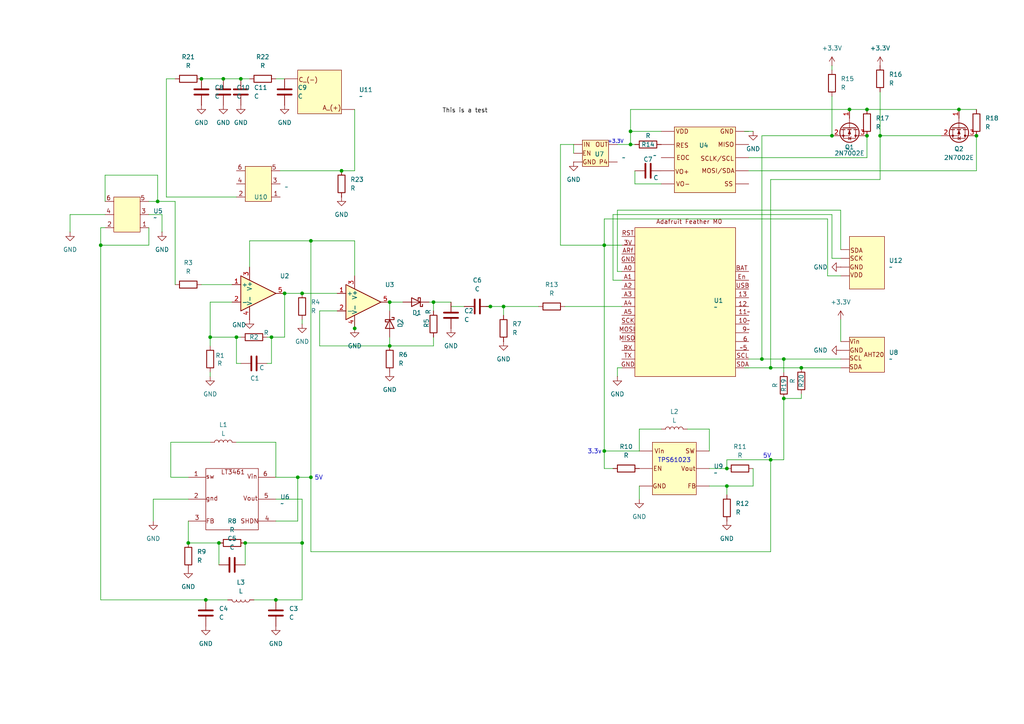
<source format=kicad_sch>
(kicad_sch (version 20231120) (generator "eeschema") (generator_version "8.0")
  (paper "A4")
  (title_block (title "Muonic") (date "2024-06-15"))
  (lib_symbols
    (symbol "Device:C" (pin_numbers hide) (pin_names (offset 0.254))
      (property "Reference" "C" (at 0.635 2.54 0))
      (property "Value" "C" (at 0.635 -2.54 0))
      (symbol "C_0_1"
        (polyline (pts (xy -2.032 -0.762) (xy 2.032 -0.762)) (stroke (width 0.508)))
        (polyline (pts (xy -2.032 0.762) (xy 2.032 0.762)) (stroke (width 0.508)))
      )
      (symbol "C_1_1"
        (pin passive line (at 0 3.81 270) (length 2.794) (name "~") (number "1"))
        (pin passive line (at 0 -3.81 90) (length 2.794) (name "~") (number "2"))
      )
    )
    (symbol "Device:L" (pin_numbers hide) (pin_names (offset 1.016) hide)
      (property "Reference" "L" (at -1.27 0 90))
      (property "Value" "L" (at 1.905 0 90))
      (symbol "L_0_1"
        (arc (start 0 -2.54) (mid 0.6323 -1.905) (end 0 -1.27))
        (arc (start 0 -1.27) (mid 0.6323 -0.635) (end 0 0))
        (arc (start 0 0) (mid 0.6323 0.635) (end 0 1.27))
        (arc (start 0 1.27) (mid 0.6323 1.905) (end 0 2.54))
      )
      (symbol "L_1_1"
        (pin passive line (at 0 3.81 270) (length 1.27) (name "1") (number "1"))
        (pin passive line (at 0 -3.81 90) (length 1.27) (name "2") (number "2"))
      )
    )
    (symbol "Device:R" (pin_numbers hide) (pin_names (offset 0))
      (property "Reference" "R" (at 2.032 0 90))
      (property "Value" "R" (at 0 0 90))
      (symbol "R_0_1"
        (rectangle (start -1.016 -2.54) (end 1.016 2.54) (stroke (width 0.254)))
      )
      (symbol "R_1_1"
        (pin passive line (at 0 3.81 270) (length 1.27) (name "~") (number "1"))
        (pin passive line (at 0 -3.81 90) (length 1.27) (name "~") (number "2"))
      )
    )
    (symbol "Diode:SB160" (pin_numbers hide) (pin_names (offset 1.016) hide)
      (property "Reference" "D" (at 0 2.54 0))
      (property "Value" "SB160" (at 0 -2.54 0))
      (symbol "SB160_0_1"
        (polyline (pts (xy 1.27 0) (xy -1.27 0)))
        (polyline (pts (xy 1.27 1.27) (xy 1.27 -1.27) (xy -1.27 0) (xy 1.27 1.27)) (stroke (width 0.254)))
        (polyline (pts (xy -1.905 0.635) (xy -1.905 1.27) (xy -1.27 1.27) (xy -1.27 -1.27) (xy -0.635 -1.27) (xy -0.635 -0.635)) (stroke (width 0.254)))
      )
      (symbol "SB160_1_1"
        (pin passive line (at -3.81 0 0) (length 2.54) (name "K") (number "1"))
        (pin passive line (at 3.81 0 180) (length 2.54) (name "A") (number "2"))
      )
    )
    (symbol "MuonDetector:AHT20"
      (property "Reference" "U" (at 2.794 -3.302 0))
      (symbol "AHT20_0_1"
        (polyline (pts (xy -3.81 -3.81) (xy -6.35 -3.81)))
        (polyline (pts (xy -3.81 -1.27) (xy -6.35 -1.27)))
        (polyline (pts (xy -3.81 1.27) (xy -6.35 1.27)))
        (polyline (pts (xy -3.81 3.81) (xy -6.35 3.81)))
      )
      (symbol "AHT20_1_1"
        (rectangle (start -3.81 5.08) (end 6.35 -5.08) (fill (type background)))
        (text "AHT20" (at 3.302 0 0) (effects (font (size 1.27 1.27))))
        (text "GND" (at -1.778 1.27 0) (effects (font (size 1.27 1.27))))
        (text "SCL" (at -2.032 -1.016 0) (effects (font (size 1.27 1.27))))
        (text "SDA" (at -2.032 -3.556 0) (effects (font (size 1.27 1.27))))
        (text "Vin" (at -2.286 3.81 0) (effects (font (size 1.27 1.27))))
      )
    )
    (symbol "MuonDetector:Adafruit_feather_M0"
      (property "Reference" "U" (at -1.016 1.524 0))
      (symbol "Adafruit_feather_M0_0_1"
        (polyline (pts (xy -3.81 -1.27) (xy -3.81 -1.27)))
        (polyline (pts (xy -3.81 2.54) (xy -3.81 2.54)))
      )
      (symbol "Adafruit_feather_M0_1_1"
        (rectangle (start -15.24 22.86) (end 13.97 -20.32) (fill (type color) (color 255 255 194 1)))
        (polyline (pts (xy -15.24 -17.78) (xy -19.05 -17.78)))
        (polyline (pts (xy -15.24 -15.24) (xy -19.05 -15.24)))
        (polyline (pts (xy -15.24 -12.7) (xy -19.05 -12.7)))
        (polyline (pts (xy -15.24 -10.16) (xy -19.05 -10.16)))
        (polyline (pts (xy -15.24 -7.62) (xy -19.05 -7.62)))
        (polyline (pts (xy -15.24 -5.08) (xy -19.05 -5.08)))
        (polyline (pts (xy -15.24 -2.54) (xy -19.05 -2.54)))
        (polyline (pts (xy -15.24 0) (xy -19.05 0)))
        (polyline (pts (xy -15.24 2.54) (xy -19.05 2.54)))
        (polyline (pts (xy -15.24 5.08) (xy -19.05 5.08)))
        (polyline (pts (xy -15.24 7.62) (xy -19.05 7.62)))
        (polyline (pts (xy -15.24 10.16) (xy -19.05 10.16)))
        (polyline (pts (xy -15.24 12.7) (xy -19.05 12.7)))
        (polyline (pts (xy -15.24 15.24) (xy -19.05 15.24)))
        (polyline (pts (xy -15.24 17.78) (xy -19.05 17.78)))
        (polyline (pts (xy -15.24 20.32) (xy -19.05 20.32)))
        (polyline (pts (xy 13.97 -17.78) (xy 17.78 -17.78)))
        (polyline (pts (xy 13.97 -15.24) (xy 17.78 -15.24)))
        (polyline (pts (xy 13.97 -12.7) (xy 17.78 -12.7)))
        (polyline (pts (xy 13.97 -10.16) (xy 17.78 -10.16)))
        (polyline (pts (xy 13.97 -7.62) (xy 17.78 -7.62)))
        (polyline (pts (xy 13.97 -5.08) (xy 17.78 -5.08)))
        (polyline (pts (xy 13.97 -2.54) (xy 17.78 -2.54)))
        (polyline (pts (xy 13.97 0) (xy 17.78 0)))
        (polyline (pts (xy 13.97 2.54) (xy 17.78 2.54)))
        (polyline (pts (xy 13.97 5.08) (xy 17.78 5.08)))
        (polyline (pts (xy 13.97 7.62) (xy 17.78 7.62)))
        (polyline (pts (xy 13.97 10.16) (xy 17.78 10.16)))
        (text "10~" (at 16.51 -4.064 0) (effects (font (size 1.27 1.27))))
        (text "11~" (at 16.51 -1.524 0) (effects (font (size 1.27 1.27))))
        (text "12" (at 16.002 0.762 0) (effects (font (size 1.27 1.27))))
        (text "13" (at 16.002 3.556 0) (effects (font (size 1.27 1.27))))
        (text "3V" (at -17.272 18.542 0) (effects (font (size 1.27 1.27))))
        (text "6" (at 16.764 -9.398 0) (effects (font (size 1.27 1.27))))
        (text "9~" (at 17.018 -6.604 0) (effects (font (size 1.27 1.27))))
        (text "A0" (at -17.272 11.176 0) (effects (font (size 1.27 1.27))))
        (text "A1" (at -17.272 8.636 0) (effects (font (size 1.27 1.27))))
        (text "A2" (at -17.272 6.096 0) (effects (font (size 1.27 1.27))))
        (text "A3" (at -17.272 3.556 0) (effects (font (size 1.27 1.27))))
        (text "A4" (at -17.272 1.016 0) (effects (font (size 1.27 1.27))))
        (text "A5" (at -17.272 -1.524 0) (effects (font (size 1.27 1.27))))
        (text "Adafruit Feather M0" (at 0.508 24.638 0) (effects (font (size 1.27 1.27))))
        (text "ARf" (at -17.272 16.256 0) (effects (font (size 1.27 1.27))))
        (text "BAT" (at 15.748 11.176 0) (effects (font (size 1.27 1.27))))
        (text "En" (at 15.748 8.636 0) (effects (font (size 1.27 1.27))))
        (text "GND" (at -17.272 -16.764 0) (effects (font (size 1.27 1.27))))
        (text "GND" (at -17.272 13.716 0) (effects (font (size 1.27 1.27))))
        (text "MISO" (at -17.526 -9.144 0) (effects (font (size 1.27 1.27))))
        (text "MOSI" (at -17.526 -6.604 0) (effects (font (size 1.27 1.27))))
        (text "RST" (at -17.272 21.336 0) (effects (font (size 1.27 1.27))))
        (text "RX" (at -17.272 -11.938 0) (effects (font (size 1.27 1.27))))
        (text "SCK" (at -17.272 -4.064 0) (effects (font (size 1.27 1.27))))
        (text "SCL" (at 16.002 -14.224 0) (effects (font (size 1.27 1.27))))
        (text "SDA" (at 16.002 -16.764 0) (effects (font (size 1.27 1.27))))
        (text "TX" (at -17.272 -14.224 0) (effects (font (size 1.27 1.27))))
        (text "USB" (at 16.002 6.096 0) (effects (font (size 1.27 1.27))))
        (text "~5" (at 16.256 -11.938 0) (effects (font (size 1.27 1.27))))
      )
    )
    (symbol "MuonDetector:LT3461"
      (property "Reference" "U" (at 0 0 0))
      (symbol "LT3461_0_1"
        (rectangle (start -7.62 8.89) (end 7.62 -8.89))
      )
      (symbol "LT3461_1_1"
        (polyline (pts (xy -7.62 -6.35) (xy -12.7 -6.35)))
        (polyline (pts (xy -7.62 0) (xy -12.7 0)))
        (polyline (pts (xy -7.62 6.35) (xy -12.7 6.35)))
        (polyline (pts (xy 7.62 -6.35) (xy 12.7 -6.35)))
        (polyline (pts (xy 7.62 0) (xy 12.7 0)))
        (polyline (pts (xy 7.62 6.35) (xy 12.7 6.35)))
        (text "1" (at -10.414 7.366 0) (effects (font (size 1.27 1.27))))
        (text "2" (at -10.414 1.016 0) (effects (font (size 1.27 1.27))))
        (text "3" (at -10.16 -5.334 0) (effects (font (size 1.27 1.27))))
        (text "4" (at 10.16 -5.588 0) (effects (font (size 1.27 1.27))))
        (text "5\n" (at 9.906 1.016 0) (effects (font (size 1.27 1.27))))
        (text "6" (at 9.652 7.366 0) (effects (font (size 1.27 1.27))))
        (text "FB" (at -6.35 -6.35 0) (effects (font (size 1.27 1.27))))
        (text "gnd" (at -5.842 0.254 0) (effects (font (size 1.27 1.27))))
        (text "LT3461" (at 0.254 7.874 0) (effects (font (size 1.27 1.27))))
        (text "SHDN" (at 5.08 -6.35 0) (effects (font (size 1.27 1.27))))
        (text "sw" (at -6.35 6.604 0) (effects (font (size 1.27 1.27))))
        (text "Vin" (at 5.842 6.604 0) (effects (font (size 1.27 1.27))))
        (text "Vout" (at 5.334 0.254 0) (effects (font (size 1.27 1.27))))
      )
    )
    (symbol "MuonDetector:MIC5225"
      (property "Reference" "U" (at 0 0.508 0))
      (symbol "MIC5225_0_1"
        (polyline (pts (xy -3.81 -2.54) (xy -6.35 -2.54)))
        (polyline (pts (xy -3.81 0) (xy -6.35 0)))
        (polyline (pts (xy -3.81 2.54) (xy -6.35 2.54)))
        (polyline (pts (xy 3.81 -2.54) (xy 6.35 -2.54)))
        (polyline (pts (xy 3.81 2.54) (xy 6.35 2.54)))
      )
      (symbol "MIC5225_1_1"
        (rectangle (start -3.81 3.81) (end 3.81 -3.81) (fill (type background)))
        (text "EN" (at -2.54 0 0) (effects (font (size 1.27 1.27))))
        (text "GND" (at -1.778 -2.54 0) (effects (font (size 1.27 1.27))))
        (text "IN" (at -2.54 2.54 0) (effects (font (size 1.27 1.27))))
        (text "OUT\n" (at 1.778 2.54 0) (effects (font (size 1.27 1.27))))
        (text "P4" (at 2.286 -2.54 0) (effects (font (size 1.27 1.27))))
      )
    )
    (symbol "MuonDetector:MPR_Pressure_sensor"
      (property "Reference" "U" (at 0 7.874 0))
      (symbol "MPR_Pressure_sensor_0_1"
        (polyline (pts (xy -8.89 -8.89) (xy -12.7 -8.89)))
        (polyline (pts (xy -8.89 -5.08) (xy -12.7 -5.08)))
        (polyline (pts (xy -8.89 -1.27) (xy -12.7 -1.27)))
        (polyline (pts (xy -8.89 2.54) (xy -12.7 2.54)))
        (polyline (pts (xy -8.89 6.35) (xy -12.7 6.35)))
        (polyline (pts (xy 8.89 -8.89) (xy 12.7 -8.89)))
        (polyline (pts (xy 8.89 -5.08) (xy 12.7 -5.08)))
        (polyline (pts (xy 8.89 -1.27) (xy 12.7 -1.27)))
        (polyline (pts (xy 8.89 2.54) (xy 12.7 2.54)))
        (polyline (pts (xy 8.89 6.35) (xy 12.7 6.35)))
      )
      (symbol "MPR_Pressure_sensor_1_1"
        (rectangle (start -8.89 8.89) (end 8.89 -10.16) (fill (type background)))
        (text "EOC" (at 6.35 -1.27 0) (effects (font (size 1.27 1.27))))
        (text "GND" (at -6.35 -8.89 0) (effects (font (size 1.27 1.27))))
        (text "MISO" (at -6.096 -5.08 0) (effects (font (size 1.27 1.27))))
        (text "MOSI/SDA" (at -3.81 2.54 0) (effects (font (size 1.27 1.27))))
        (text "RES" (at 6.604 -4.826 0) (effects (font (size 1.27 1.27))))
        (text "SCLK/SCL" (at -3.556 -1.016 0) (effects (font (size 1.27 1.27))))
        (text "SS" (at -6.858 6.35 0) (effects (font (size 1.27 1.27))))
        (text "VDD" (at 6.604 -8.89 0) (effects (font (size 1.27 1.27))))
        (text "VO+" (at 6.604 2.794 0) (effects (font (size 1.27 1.27))))
        (text "VO-\n" (at 6.35 6.35 0) (effects (font (size 1.27 1.27))))
      )
    )
    (symbol "MuonDetector:OLED"
      (property "Reference" "U" (at 0 0 0))
      (symbol "OLED_1_1"
        (rectangle (start -8.89 7.62) (end 1.27 -7.62) (fill (type background)))
        (polyline (pts (xy -8.89 -3.81) (xy -11.43 -3.81)))
        (polyline (pts (xy -8.89 -1.27) (xy -11.43 -1.27)))
        (polyline (pts (xy -8.89 1.27) (xy -11.43 1.27)))
        (polyline (pts (xy -8.89 3.81) (xy -11.43 3.81)))
        (text "GND\n" (at -6.858 -1.27 0) (effects (font (size 1.27 1.27))))
        (text "SCK" (at -6.858 1.27 0) (effects (font (size 1.27 1.27))))
        (text "SDA" (at -6.858 3.556 0) (effects (font (size 1.27 1.27))))
        (text "VDD" (at -6.858 -3.556 0) (effects (font (size 1.27 1.27))))
      )
    )
    (symbol "MuonDetector:SIPM1"
      (property "Reference" "U" (at 0 0 0))
      (symbol "SIPM1_1_1"
        (rectangle (start -6.35 6.35) (end 6.35 -6.35) (fill (type background)))
        (polyline (pts (xy -6.35 3.81) (xy -10.16 3.81)))
        (polyline (pts (xy 6.35 -5.08) (xy 10.16 -5.08)))
        (text "A_(+)" (at 3.556 -4.572 0) (effects (font (size 1.27 1.27))))
        (text "C_(-)" (at -3.302 3.556 0) (effects (font (size 1.27 1.27))))
      )
    )
    (symbol "MuonDetector:Sipm Connector"
      (property "Reference" "U" (at 1.27 4.826 0))
      (symbol "Sipm Connector_0_1"
        (polyline (pts (xy -2.54 -2.54) (xy -5.08 -2.54)))
        (polyline (pts (xy -2.54 1.27) (xy -5.08 1.27)))
        (polyline (pts (xy -2.54 5.08) (xy -5.08 5.08)))
        (polyline (pts (xy 5.08 -2.54) (xy 7.62 -2.54)))
        (polyline (pts (xy 5.08 1.27) (xy 7.62 1.27)))
        (polyline (pts (xy 5.08 5.08) (xy 7.62 5.08)))
      )
      (symbol "Sipm Connector_1_1"
        (rectangle (start -2.54 6.35) (end 5.08 -3.81) (fill (type background)))
        (text "1" (at 6.35 -1.524 0) (effects (font (size 1.27 1.27))))
        (text "2" (at -3.81 -1.524 0) (effects (font (size 1.27 1.27))))
        (text "3" (at 6.096 2.286 0) (effects (font (size 1.27 1.27))))
        (text "4" (at -4.064 2.286 0) (effects (font (size 1.27 1.27))))
        (text "5" (at 5.842 6.096 0) (effects (font (size 1.27 1.27))))
        (text "6" (at -4.064 6.096 0) (effects (font (size 1.27 1.27))))
      )
    )
    (symbol "MuonDetector:TPS61023"
      (property "Reference" "U" (at 0 0 0))
      (symbol "TPS61023_0_1"
        (polyline (pts (xy -6.35 -5.08) (xy -10.16 -5.08)))
        (polyline (pts (xy -6.35 0) (xy -10.16 0)))
        (polyline (pts (xy -6.35 5.08) (xy -10.16 5.08)))
        (polyline (pts (xy 6.35 -5.08) (xy 10.16 -5.08)))
        (polyline (pts (xy 6.35 0) (xy 10.16 0)))
        (polyline (pts (xy 6.35 5.08) (xy 10.16 5.08)))
      )
      (symbol "TPS61023_1_1"
        (rectangle (start -6.35 7.62) (end 6.35 -7.62) (fill (type background)))
        (text "EN" (at -4.826 0 0) (effects (font (size 1.27 1.27))))
        (text "FB" (at 5.08 -5.08 0) (effects (font (size 1.27 1.27))))
        (text "GND" (at -4.318 -5.08 0) (effects (font (size 1.27 1.27))))
        (text "SW" (at 4.572 5.08 0) (effects (font (size 1.27 1.27))))
        (text "Vin" (at -4.318 5.08 0) (effects (font (size 1.27 1.27))))
        (text "Vout" (at 4.064 0 0) (effects (font (size 1.27 1.27))))
      )
    )
    (symbol "Simulation_SPICE:OPAMP" (pin_names (offset 0.254))
      (property "Reference" "U" (at 3.81 3.175 0))
      (property "Value" "${SIM.PARAMS}" (at 3.81 -3.175 0))
      (symbol "OPAMP_0_1"
        (polyline (pts (xy 5.08 0) (xy -5.08 5.08) (xy -5.08 -5.08) (xy 5.08 0)) (stroke (width 0.254)) (fill (type background)))
      )
      (symbol "OPAMP_1_1"
        (pin input line (at -7.62 2.54 0) (length 2.54) (name "+") (number "1"))
        (pin input line (at -7.62 -2.54 0) (length 2.54) (name "-") (number "2"))
        (pin power_in line (at -2.54 7.62 270) (length 3.81) (name "V+") (number "3"))
        (pin power_in line (at -2.54 -7.62 90) (length 3.81) (name "V-") (number "4"))
        (pin output line (at 7.62 0 180) (length 2.54) (name "~") (number "5"))
      )
    )
    (symbol "Transistor_FET:2N7002E" (pin_names hide)
      (property "Reference" "Q" (at 5.08 1.905 0))
      (property "Value" "2N7002E" (at 5.08 0 0))
      (symbol "2N7002E_0_1"
        (polyline (pts (xy 0.254 0) (xy -2.54 0)))
        (polyline (pts (xy 0.254 1.905) (xy 0.254 -1.905)) (stroke (width 0.254)))
        (polyline (pts (xy 0.762 -1.27) (xy 0.762 -2.286)) (stroke (width 0.254)))
        (polyline (pts (xy 0.762 0.508) (xy 0.762 -0.508)) (stroke (width 0.254)))
        (polyline (pts (xy 0.762 2.286) (xy 0.762 1.27)) (stroke (width 0.254)))
        (polyline (pts (xy 2.54 2.54) (xy 2.54 1.778)))
        (polyline (pts (xy 2.54 -2.54) (xy 2.54 0) (xy 0.762 0)))
        (polyline (pts (xy 0.762 -1.778) (xy 3.302 -1.778) (xy 3.302 1.778) (xy 0.762 1.778)))
        (polyline (pts (xy 1.016 0) (xy 2.032 0.381) (xy 2.032 -0.381) (xy 1.016 0)) (fill (type outline)))
        (polyline (pts (xy 2.794 0.508) (xy 2.921 0.381) (xy 3.683 0.381) (xy 3.81 0.254)))
        (polyline (pts (xy 3.302 0.381) (xy 2.921 -0.254) (xy 3.683 -0.254) (xy 3.302 0.381)))
        (circle (center 1.651 0) (radius 2.794) (stroke (width 0.254)))
        (circle (center 2.54 -1.778) (radius 0.254) (fill (type outline)))
        (circle (center 2.54 1.778) (radius 0.254) (fill (type outline)))
      )
      (symbol "2N7002E_1_1"
        (pin input line (at -5.08 0 0) (length 2.54) (name "G") (number "1"))
        (pin passive line (at 2.54 -5.08 90) (length 2.54) (name "S") (number "2"))
        (pin passive line (at 2.54 5.08 270) (length 2.54) (name "D") (number "3"))
      )
    )
    (symbol "power:+3.3V" (power) (pin_numbers hide) (pin_names (offset 0) hide)
      (property "Value" "+3.3V" (at 0 3.556 0))
      (symbol "+3.3V_0_1"
        (polyline (pts (xy -0.762 1.27) (xy 0 2.54)))
        (polyline (pts (xy 0 0) (xy 0 2.54)))
        (polyline (pts (xy 0 2.54) (xy 0.762 1.27)))
      )
      (symbol "+3.3V_1_1"
        (pin power_in line (at 0 0 90) (length 0) (name "~") (number "1"))
      )
    )
    (symbol "power:GND" (power) (pin_numbers hide) (pin_names (offset 0) hide)
      (property "Value" "GND" (at 0 -3.81 0))
      (symbol "GND_0_1"
        (polyline (pts (xy 0 0) (xy 0 -1.27) (xy 1.27 -1.27) (xy 0 -2.54) (xy -1.27 -1.27) (xy 0 -1.27)))
      )
      (symbol "GND_1_1"
        (pin power_in line (at 0 0 270) (length 0) (name "~") (number "1"))
      )
    )
  )
  (junction (at 69.85 22.86))
  (junction (at 251.46 39.37))
  (junction (at 251.46 31.75))
  (junction (at 64.77 22.86))
  (junction (at 58.42 22.86))
  (junction (at 90.17 138.43))
  (junction (at 78.74 97.79))
  (junction (at 60.96 97.79))
  (junction (at 255.27 39.37))
  (junction (at 90.17 69.85))
  (junction (at 175.26 130.81))
  (junction (at 241.3 39.37))
  (junction (at 125.73 87.63))
  (junction (at 59.69 173.99))
  (junction (at 29.21 71.12))
  (junction (at 86.36 138.43))
  (junction (at 71.12 157.48))
  (junction (at 227.33 115.57))
  (junction (at 232.41 106.68))
  (junction (at 146.05 88.9))
  (junction (at 80.01 173.99))
  (junction (at 102.87 95.25))
  (junction (at 142.24 88.9))
  (junction (at 175.26 71.12))
  (junction (at 99.06 49.53))
  (junction (at 210.82 135.89))
  (junction (at 87.63 157.48))
  (junction (at 113.03 87.63))
  (junction (at 278.13 31.75))
  (junction (at 182.88 38.1))
  (junction (at 63.5 157.48))
  (junction (at 210.82 140.97))
  (junction (at 283.21 39.37))
  (junction (at 45.72 58.42))
  (junction (at 82.55 85.09))
  (junction (at 223.52 106.68))
  (junction (at 220.98 104.14))
  (junction (at 182.88 41.91))
  (junction (at 54.61 157.48))
  (junction (at 223.52 133.35))
  (junction (at 68.58 97.79))
  (junction (at 246.38 31.75))
  (junction (at 227.33 104.14))
  (junction (at 87.63 85.09))
  (junction (at 113.03 100.33))
  (wire (pts (xy 179.07 41.91) (xy 182.88 41.91)))
  (wire (pts (xy 255.27 39.37) (xy 255.27 52.07)))
  (wire (pts (xy 90.17 69.85) (xy 90.17 138.43)))
  (wire (pts (xy 80.01 138.43) (xy 80.01 128.27)))
  (wire (pts (xy 125.73 97.79) (xy 125.73 100.33)))
  (wire (pts (xy 223.52 52.07) (xy 223.52 106.68)))
  (wire (pts (xy 69.85 22.86) (xy 72.39 22.86)))
  (wire (pts (xy 241.3 19.05) (xy 241.3 20.32)))
  (wire (pts (xy 255.27 39.37) (xy 273.05 39.37)))
  (wire (pts (xy 251.46 31.75) (xy 278.13 31.75)))
  (wire (pts (xy 58.42 22.86) (xy 64.77 22.86)))
  (wire (pts (xy 30.48 58.42) (xy 30.48 50.8)))
  (wire (pts (xy 54.61 144.78) (xy 44.45 144.78)))
  (wire (pts (xy 177.8 81.28) (xy 180.34 81.28)))
  (wire (pts (xy 180.34 78.74) (xy 179.07 78.74)))
  (wire (pts (xy 78.74 105.41) (xy 78.74 97.79)))
  (wire (pts (xy 175.26 135.89) (xy 175.26 130.81)))
  (wire (pts (xy 146.05 88.9) (xy 156.21 88.9)))
  (wire (pts (xy 162.56 41.91) (xy 162.56 71.12)))
  (wire (pts (xy 232.41 106.68) (xy 243.84 106.68)))
  (wire (pts (xy 87.63 85.09) (xy 97.79 85.09)))
  (wire (pts (xy 80.01 173.99) (xy 87.63 173.99)))
  (wire (pts (xy 45.72 58.42) (xy 50.8 58.42)))
  (wire (pts (xy 81.28 49.53) (xy 99.06 49.53)))
  (wire (pts (xy 72.39 77.47) (xy 72.39 69.85)))
  (wire (pts (xy 49.53 138.43) (xy 54.61 138.43)))
  (wire (pts (xy 72.39 69.85) (xy 90.17 69.85)))
  (wire (pts (xy 86.36 151.13) (xy 86.36 138.43)))
  (wire (pts (xy 20.32 62.23) (xy 20.32 67.31)))
  (wire (pts (xy 223.52 106.68) (xy 232.41 106.68)))
  (wire (pts (xy 185.42 140.97) (xy 185.42 144.78)))
  (wire (pts (xy 80.01 144.78) (xy 87.63 144.78)))
  (wire (pts (xy 99.06 49.53) (xy 102.87 49.53)))
  (wire (pts (xy 205.74 124.46) (xy 205.74 130.81)))
  (wire (pts (xy 162.56 41.91) (xy 166.37 41.91)))
  (wire (pts (xy 64.77 22.86) (xy 69.85 22.86)))
  (wire (pts (xy 223.52 160.02) (xy 90.17 160.02)))
  (wire (pts (xy 182.88 31.75) (xy 246.38 31.75)))
  (wire (pts (xy 255.27 26.67) (xy 255.27 39.37)))
  (wire (pts (xy 90.17 160.02) (xy 90.17 138.43)))
  (wire (pts (xy 68.58 97.79) (xy 60.96 97.79)))
  (wire (pts (xy 210.82 133.35) (xy 223.52 133.35)))
  (wire (pts (xy 29.21 66.04) (xy 30.48 66.04)))
  (wire (pts (xy 205.74 140.97) (xy 210.82 140.97)))
  (wire (pts (xy 241.3 62.23) (xy 177.8 62.23)))
  (wire (pts (xy 163.83 88.9) (xy 180.34 88.9)))
  (wire (pts (xy 220.98 39.37) (xy 220.98 104.14)))
  (wire (pts (xy 142.24 88.9) (xy 146.05 88.9)))
  (wire (pts (xy 43.18 66.04) (xy 43.18 71.12)))
  (wire (pts (xy 255.27 52.07) (xy 223.52 52.07)))
  (wire (pts (xy 80.01 151.13) (xy 86.36 151.13)))
  (wire (pts (xy 217.17 45.72) (xy 251.46 45.72)))
  (wire (pts (xy 205.74 135.89) (xy 210.82 135.89)))
  (wire (pts (xy 92.71 100.33) (xy 113.03 100.33)))
  (wire (pts (xy 215.9 106.68) (xy 223.52 106.68)))
  (wire (pts (xy 241.3 39.37) (xy 220.98 39.37)))
  (wire (pts (xy 227.33 104.14) (xy 243.84 104.14)))
  (wire (pts (xy 146.05 88.9) (xy 146.05 91.44)))
  (wire (pts (xy 30.48 50.8) (xy 45.72 50.8)))
  (wire (pts (xy 82.55 85.09) (xy 87.63 85.09)))
  (wire (pts (xy 177.8 62.23) (xy 177.8 81.28)))
  (wire (pts (xy 113.03 97.79) (xy 113.03 100.33)))
  (wire (pts (xy 80.01 22.86) (xy 82.55 22.86)))
  (wire (pts (xy 251.46 45.72) (xy 251.46 39.37)))
  (wire (pts (xy 227.33 133.35) (xy 223.52 133.35)))
  (wire (pts (xy 71.12 157.48) (xy 71.12 163.83)))
  (wire (pts (xy 60.96 87.63) (xy 67.31 87.63)))
  (wire (pts (xy 68.58 57.15) (xy 48.26 57.15)))
  (wire (pts (xy 182.88 31.75) (xy 182.88 38.1)))
  (wire (pts (xy 68.58 97.79) (xy 68.58 105.41)))
  (wire (pts (xy 140.97 88.9) (xy 142.24 88.9)))
  (wire (pts (xy 113.03 100.33) (xy 125.73 100.33)))
  (wire (pts (xy 232.41 114.3) (xy 232.41 115.57)))
  (wire (pts (xy 227.33 115.57) (xy 227.33 133.35)))
  (wire (pts (xy 246.38 31.75) (xy 251.46 31.75)))
  (wire (pts (xy 210.82 135.89) (xy 210.82 133.35)))
  (wire (pts (xy 217.17 49.53) (xy 283.21 49.53)))
  (wire (pts (xy 90.17 69.85) (xy 102.87 69.85)))
  (wire (pts (xy 49.53 128.27) (xy 60.96 128.27)))
  (wire (pts (xy 217.17 104.14) (xy 220.98 104.14)))
  (wire (pts (xy 175.26 130.81) (xy 175.26 71.12)))
  (wire (pts (xy 43.18 71.12) (xy 29.21 71.12)))
  (wire (pts (xy 29.21 71.12) (xy 29.21 66.04)))
  (wire (pts (xy 210.82 140.97) (xy 210.82 143.51)))
  (wire (pts (xy 179.07 60.96) (xy 243.84 60.96)))
  (wire (pts (xy 177.8 135.89) (xy 175.26 135.89)))
  (wire (pts (xy 29.21 173.99) (xy 29.21 71.12)))
  (wire (pts (xy 278.13 31.75) (xy 283.21 31.75)))
  (wire (pts (xy 71.12 157.48) (xy 87.63 157.48)))
  (wire (pts (xy 54.61 157.48) (xy 63.5 157.48)))
  (wire (pts (xy 48.26 22.86) (xy 48.26 57.15)))
  (wire (pts (xy 175.26 63.5) (xy 175.26 71.12)))
  (wire (pts (xy 68.58 105.41) (xy 69.85 105.41)))
  (wire (pts (xy 218.44 135.89) (xy 218.44 140.97)))
  (wire (pts (xy 92.71 90.17) (xy 97.79 90.17)))
  (wire (pts (xy 87.63 92.71) (xy 87.63 93.98)))
  (wire (pts (xy 220.98 104.14) (xy 227.33 104.14)))
  (wire (pts (xy 125.73 87.63) (xy 130.81 87.63)))
  (wire (pts (xy 59.69 173.99) (xy 66.04 173.99)))
  (wire (pts (xy 182.88 38.1) (xy 182.88 41.91)))
  (wire (pts (xy 223.52 133.35) (xy 223.52 160.02)))
  (wire (pts (xy 87.63 144.78) (xy 87.63 157.48)))
  (wire (pts (xy 243.84 80.01) (xy 240.03 80.01)))
  (wire (pts (xy 175.26 71.12) (xy 180.34 71.12)))
  (wire (pts (xy 130.81 88.9) (xy 134.62 88.9)))
  (wire (pts (xy 241.3 74.93) (xy 241.3 62.23)))
  (wire (pts (xy 78.74 97.79) (xy 82.55 97.79)))
  (wire (pts (xy 184.15 49.53) (xy 184.15 53.34)))
  (wire (pts (xy 73.66 173.99) (xy 80.01 173.99)))
  (wire (pts (xy 43.18 62.23) (xy 46.99 62.23)))
  (wire (pts (xy 179.07 109.22) (xy 179.07 106.68)))
  (wire (pts (xy 92.71 90.17) (xy 92.71 100.33)))
  (wire (pts (xy 102.87 92.71) (xy 102.87 95.25)))
  (wire (pts (xy 102.87 80.01) (xy 102.87 69.85)))
  (wire (pts (xy 54.61 151.13) (xy 54.61 157.48)))
  (wire (pts (xy 179.07 106.68) (xy 180.34 106.68)))
  (wire (pts (xy 191.77 124.46) (xy 185.42 124.46)))
  (wire (pts (xy 59.69 173.99) (xy 29.21 173.99)))
  (wire (pts (xy 48.26 22.86) (xy 50.8 22.86)))
  (wire (pts (xy 60.96 107.95) (xy 60.96 109.22)))
  (wire (pts (xy 102.87 31.75) (xy 102.87 49.53)))
  (wire (pts (xy 87.63 157.48) (xy 87.63 173.99)))
  (wire (pts (xy 80.01 138.43) (xy 86.36 138.43)))
  (wire (pts (xy 78.74 97.79) (xy 77.47 97.79)))
  (wire (pts (xy 182.88 38.1) (xy 191.77 38.1)))
  (wire (pts (xy 60.96 87.63) (xy 60.96 97.79)))
  (wire (pts (xy 227.33 104.14) (xy 227.33 107.95)))
  (wire (pts (xy 199.39 124.46) (xy 205.74 124.46)))
  (wire (pts (xy 69.85 97.79) (xy 68.58 97.79)))
  (wire (pts (xy 90.17 138.43) (xy 86.36 138.43)))
  (wire (pts (xy 179.07 78.74) (xy 179.07 60.96)))
  (wire (pts (xy 243.84 60.96) (xy 243.84 72.39)))
  (wire (pts (xy 182.88 41.91) (xy 184.15 41.91)))
  (wire (pts (xy 113.03 87.63) (xy 116.84 87.63)))
  (wire (pts (xy 82.55 97.79) (xy 82.55 85.09)))
  (wire (pts (xy 77.47 105.41) (xy 78.74 105.41)))
  (wire (pts (xy 46.99 67.31) (xy 46.99 62.23)))
  (wire (pts (xy 43.18 58.42) (xy 45.72 58.42)))
  (wire (pts (xy 215.9 38.1) (xy 218.44 38.1)))
  (wire (pts (xy 166.37 41.91) (xy 166.37 44.45)))
  (wire (pts (xy 45.72 50.8) (xy 45.72 58.42)))
  (wire (pts (xy 50.8 58.42) (xy 50.8 82.55)))
  (wire (pts (xy 124.46 87.63) (xy 125.73 87.63)))
  (wire (pts (xy 49.53 128.27) (xy 49.53 138.43)))
  (wire (pts (xy 240.03 63.5) (xy 175.26 63.5)))
  (wire (pts (xy 162.56 71.12) (xy 175.26 71.12)))
  (wire (pts (xy 232.41 115.57) (xy 227.33 115.57)))
  (wire (pts (xy 44.45 144.78) (xy 44.45 151.13)))
  (wire (pts (xy 60.96 97.79) (xy 60.96 100.33)))
  (wire (pts (xy 218.44 140.97) (xy 210.82 140.97)))
  (wire (pts (xy 113.03 90.17) (xy 113.03 87.63)))
  (wire (pts (xy 63.5 157.48) (xy 63.5 163.83)))
  (wire (pts (xy 175.26 130.81) (xy 185.42 130.81)))
  (wire (pts (xy 243.84 92.71) (xy 243.84 99.06)))
  (wire (pts (xy 30.48 62.23) (xy 20.32 62.23)))
  (wire (pts (xy 243.84 74.93) (xy 241.3 74.93)))
  (wire (pts (xy 58.42 82.55) (xy 67.31 82.55)))
  (wire (pts (xy 68.58 128.27) (xy 80.01 128.27)))
  (wire (pts (xy 283.21 49.53) (xy 283.21 39.37)))
  (wire (pts (xy 125.73 87.63) (xy 125.73 90.17)))
  (wire (pts (xy 241.3 27.94) (xy 241.3 39.37)))
  (wire (pts (xy 184.15 53.34) (xy 191.77 53.34)))
  (wire (pts (xy 185.42 124.46) (xy 185.42 130.81)))
  (wire (pts (xy 240.03 80.01) (xy 240.03 63.5)))
  (text "3.3v" (at 172.466 131.064 0) (effects (font (size 1.27 1.27))))
  (text "5V" (at 222.504 132.334 0) (effects (font (size 1.27 1.27))))
  (text "TPS61023" (at 195.58 133.604 0) (effects (font (size 1.27 1.27))))
  (text "+3.3V" (at 178.562 41.148 0) (effects (font (size 1.016 1.016))))
  (text "5V" (at 92.456 138.684 0) (effects (font (size 1.27 1.27))))
  (label "This is a test" (at 128.27 33.02 0))
  (symbol (lib_id "Device:R") (at 210.82 147.32 0) (unit 1)
    (property "Reference" "R12" (at 213.36 146.0499 0) (effects (justify left)))
    (property "Value" "R" (at 213.36 148.5899 0) (effects (justify left)))
    (property "Description" "Resistor" (effects (hide yes)))
  )
  (symbol (lib_id "MuonDetector:Sipm Connector") (at 73.66 54.61 0) (unit 1)
    (property "Reference" "U10" (at 73.66 57.15 0) (effects (justify left)))
    (property "Value" "~" (at 82.55 54.2262 0) (effects (justify left)))
  )
  (symbol (lib_id "Diode:SB160") (at 113.03 93.98 270) (unit 1)
    (property "Reference" "D2" (at 116.078 93.726 0))
    (property "Value" "~" (at 116.84 93.6625 0))
    (property "Footprint" "Diode_THT:D_DO-41_SOD81_P10.16mm_Horizontal" (effects (hide yes)))
    (property "Datasheet" "http://www.diodes.com/_files/datasheets/ds23022.pdf" (effects (hide yes)))
    (property "Description" "60V 1A Schottky Barrier Rectifier Diode, DO-41" (effects (hide yes)))
  )
  (symbol (lib_id "MuonDetector:TPS61023") (at 195.58 135.89 0) (unit 1)
    (property "Reference" "U9" (at 207.01 135.2549 0) (effects (justify left)))
    (property "Value" "~" (at 207.01 137.16 0) (effects (justify left)))
  )
  (symbol (lib_id "MuonDetector:LT3461") (at 67.31 144.78 0) (unit 1)
    (property "Reference" "U6" (at 81.28 144.1421 0) (effects (justify left)))
    (property "Value" "~" (at 81.28 146.0472 0) (effects (justify left)))
  )
  (symbol (lib_id "power:GND") (at 87.63 93.98 0) (unit 1)
    (property "Reference" "#PWR03" (effects (hide yes)))
    (property "Value" "GND" (at 87.63 99.06 0))
    (property "Description" "Power symbol creates a global label with name \"GND\" , ground" (effects (hide yes)))
  )
  (symbol (lib_id "power:GND") (at 20.32 67.31 0) (unit 1)
    (property "Reference" "#PWR011" (effects (hide yes)))
    (property "Value" "GND" (at 20.32 72.39 0))
    (property "Description" "Power symbol creates a global label with name \"GND\" , ground" (effects (hide yes)))
  )
  (symbol (lib_id "MuonDetector:Adafruit_feather_M0") (at 199.39 88.9 0) (unit 1)
    (property "Reference" "U1" (at 207.01 87.1715 0) (effects (justify left)))
    (property "Value" "~" (at 207.01 89.0766 0) (effects (justify left)))
  )
  (symbol (lib_id "Device:R") (at 54.61 161.29 0) (unit 1)
    (property "Reference" "R9" (at 57.15 160.0199 0) (effects (justify left)))
    (property "Value" "R" (at 57.15 162.5599 0) (effects (justify left)))
    (property "Description" "Resistor" (effects (hide yes)))
  )
  (symbol (lib_id "Device:R") (at 181.61 135.89 90) (unit 1)
    (property "Reference" "R10" (at 181.61 129.54 90))
    (property "Value" "R" (at 181.61 132.08 90))
    (property "Description" "Resistor" (effects (hide yes)))
  )
  (symbol (lib_id "power:+3.3V") (at 243.84 92.71 0) (unit 1)
    (property "Reference" "#PWR021" (effects (hide yes)))
    (property "Value" "+3.3V" (at 243.84 87.63 0))
    (property "Description" "Power symbol creates a global label with name \"+3.3V\"" (effects (hide yes)))
  )
  (symbol (lib_id "Device:R") (at 227.33 111.76 0) (unit 1)
    (property "Reference" "R19" (at 227.33 111.76 90))
    (property "Value" "R" (at 224.79 111.76 90))
    (property "Description" "Resistor" (effects (hide yes)))
  )
  (symbol (lib_id "Device:C") (at 187.96 49.53 270) (unit 1)
    (property "Reference" "C7" (at 187.96 46.228 90))
    (property "Value" "C" (at 190.246 51.562 90))
    (property "Description" "Unpolarized capacitor" (effects (hide yes)))
  )
  (symbol (lib_id "power:GND") (at 64.77 30.48 0) (unit 1)
    (property "Reference" "#PWR024" (effects (hide yes)))
    (property "Value" "GND" (at 64.77 35.56 0))
    (property "Description" "Power symbol creates a global label with name \"GND\" , ground" (effects (hide yes)))
  )
  (symbol (lib_id "Device:R") (at 232.41 110.49 0) (unit 1)
    (property "Reference" "R20" (at 232.41 110.49 90))
    (property "Value" "R" (at 229.87 110.49 90))
    (property "Description" "Resistor" (effects (hide yes)))
  )
  (symbol (lib_id "Simulation_SPICE:OPAMP") (at 74.93 85.09 0) (unit 1)
    (property "Reference" "U2" (at 82.55 80.0414 0))
    (property "Value" "${SIM.PARAMS}" (at 82.55 81.9465 0))
    (property "Datasheet" "https://ngspice.sourceforge.io/docs/ngspice-html-manual/manual.xhtml#sec__SUBCKT_Subcircuits" (effects (hide yes)))
    (property "Description" "Operational amplifier, single, node sequence=1:+ 2:- 3:OUT 4:V+ 5:V-" (effects (hide yes)))
    (property "Sim.Pins" "1=in+ 2=in- 3=vcc 4=vee 5=out" (effects (hide yes)))
    (property "Sim.Device" "SUBCKT" (effects (hide yes)))
    (property "Sim.Library" "${KICAD7_SYMBOL_DIR}/Simulation_SPICE.sp" (effects (hide yes)))
    (property "Sim.Name" "kicad_builtin_opamp" (effects (hide yes)))
  )
  (symbol (lib_id "Device:R") (at 251.46 35.56 180) (unit 1)
    (property "Reference" "R17" (at 254 34.2899 0) (effects (justify right)))
    (property "Value" "R" (at 254 36.8299 0) (effects (justify right)))
    (property "Description" "Resistor" (effects (hide yes)))
  )
  (symbol (lib_id "Device:R") (at 214.63 135.89 90) (unit 1)
    (property "Reference" "R11" (at 214.63 129.54 90))
    (property "Value" "R" (at 214.63 132.08 90))
    (property "Description" "Resistor" (effects (hide yes)))
  )
  (symbol (lib_id "Transistor_FET:2N7002E") (at 246.38 36.83 270) (unit 1)
    (property "Reference" "Q1" (at 246.38 42.672 90))
    (property "Value" "2N7002E" (at 246.38 44.45 90))
    (property "Footprint" "Package_TO_SOT_SMD:SOT-23" (effects (hide yes)))
    (property "Datasheet" "http://www.diodes.com/assets/Datasheets/ds30376.pdf" (effects (hide yes)))
    (property "Description" "0.24A Id, 60V Vds, N-Channel MOSFET, SOT-23" (effects (hide yes)))
  )
  (symbol (lib_id "power:GND") (at 72.39 92.71 0) (unit 1)
    (property "Reference" "#PWR01" (effects (hide yes)))
    (property "Value" "GND" (at 69.342 94.234 0))
    (property "Description" "Power symbol creates a global label with name \"GND\" , ground" (effects (hide yes)))
  )
  (symbol (lib_id "Device:C") (at 82.55 26.67 0) (unit 1)
    (property "Reference" "C9" (at 86.36 25.3999 0) (effects (justify left)))
    (property "Value" "C" (at 86.36 27.9399 0) (effects (justify left)))
    (property "Description" "Unpolarized capacitor" (effects (hide yes)))
  )
  (symbol (lib_id "power:GND") (at 102.87 95.25 0) (unit 1)
    (property "Reference" "#PWR06" (effects (hide yes)))
    (property "Value" "GND" (at 102.87 100.33 0))
    (property "Description" "Power symbol creates a global label with name \"GND\" , ground" (effects (hide yes)))
  )
  (symbol (lib_id "Device:R") (at 255.27 22.86 180) (unit 1)
    (property "Reference" "R16" (at 257.81 21.5899 0) (effects (justify right)))
    (property "Value" "R" (at 257.81 24.1299 0) (effects (justify right)))
    (property "Description" "Resistor" (effects (hide yes)))
  )
  (symbol (lib_id "power:+3.3V") (at 241.3 19.05 0) (unit 1)
    (property "Reference" "#PWR019" (effects (hide yes)))
    (property "Value" "+3.3V" (at 241.3 13.97 0))
    (property "Description" "Power symbol creates a global label with name \"+3.3V\"" (effects (hide yes)))
  )
  (symbol (lib_id "Device:L") (at 64.77 128.27 90) (unit 1)
    (property "Reference" "L1" (at 64.77 123.19 90))
    (property "Value" "L" (at 64.77 125.73 90))
    (property "Description" "Inductor" (effects (hide yes)))
  )
  (symbol (lib_id "Device:R") (at 67.31 157.48 90) (unit 1)
    (property "Reference" "R8" (at 67.31 151.13 90))
    (property "Value" "R" (at 67.31 153.67 90))
    (property "Description" "Resistor" (effects (hide yes)))
  )
  (symbol (lib_id "Device:L") (at 69.85 173.99 270) (unit 1)
    (property "Reference" "L3" (at 69.85 168.91 90))
    (property "Value" "L" (at 69.85 171.45 90))
    (property "Description" "Inductor" (effects (hide yes)))
  )
  (symbol (lib_id "Transistor_FET:2N7002E") (at 278.13 36.83 270) (unit 1)
    (property "Reference" "Q2" (at 278.13 43.18 90))
    (property "Value" "2N7002E" (at 278.13 45.72 90))
    (property "Footprint" "Package_TO_SOT_SMD:SOT-23" (effects (hide yes)))
    (property "Datasheet" "http://www.diodes.com/assets/Datasheets/ds30376.pdf" (effects (hide yes)))
    (property "Description" "0.24A Id, 60V Vds, N-Channel MOSFET, SOT-23" (effects (hide yes)))
  )
  (symbol (lib_id "Device:L") (at 195.58 124.46 90) (unit 1)
    (property "Reference" "L2" (at 195.58 119.38 90))
    (property "Value" "L" (at 195.58 121.92 90))
    (property "Description" "Inductor" (effects (hide yes)))
  )
  (symbol (lib_id "Device:R") (at 60.96 104.14 0) (unit 1)
    (property "Reference" "R1" (at 62.484 103.124 0) (effects (justify left)))
    (property "Value" "R" (at 62.992 105.41 0) (effects (justify left)))
    (property "Description" "Resistor" (effects (hide yes)))
  )
  (symbol (lib_id "MuonDetector:AHT20") (at 250.19 102.87 0) (unit 1)
    (property "Reference" "U8" (at 257.81 102.2349 0) (effects (justify left)))
    (property "Value" "~" (at 257.81 104.14 0) (effects (justify left)))
  )
  (symbol (lib_id "Device:R") (at 187.96 41.91 270) (unit 1)
    (property "Reference" "R14" (at 187.96 41.91 90))
    (property "Value" "R" (at 187.96 39.37 90))
    (property "Description" "Resistor" (effects (hide yes)))
  )
  (symbol (lib_id "MuonDetector:OLED") (at 255.27 76.2 0) (unit 1)
    (property "Reference" "U12" (at 257.81 75.5649 0) (effects (justify left)))
    (property "Value" "~" (at 257.81 77.47 0) (effects (justify left)))
  )
  (symbol (lib_id "power:GND") (at 243.84 101.6 270) (unit 1)
    (property "Reference" "#PWR022" (effects (hide yes)))
    (property "Value" "GND" (at 240.03 101.5999 90) (effects (justify right)))
    (property "Description" "Power symbol creates a global label with name \"GND\" , ground" (effects (hide yes)))
  )
  (symbol (lib_id "power:GND") (at 82.55 30.48 0) (unit 1)
    (property "Reference" "#PWR027" (effects (hide yes)))
    (property "Value" "GND" (at 82.55 35.56 0))
    (property "Description" "Power symbol creates a global label with name \"GND\" , ground" (effects (hide yes)))
  )
  (symbol (lib_id "power:GND") (at 69.85 30.48 0) (unit 1)
    (property "Reference" "#PWR025" (effects (hide yes)))
    (property "Value" "GND" (at 69.85 35.56 0))
    (property "Description" "Power symbol creates a global label with name \"GND\" , ground" (effects (hide yes)))
  )
  (symbol (lib_id "Device:R") (at 54.61 82.55 90) (unit 1)
    (property "Reference" "R3" (at 54.61 76.2 90))
    (property "Value" "R" (at 54.61 78.74 90))
    (property "Description" "Resistor" (effects (hide yes)))
  )
  (symbol (lib_id "Device:R") (at 113.03 104.14 0) (unit 1)
    (property "Reference" "R6" (at 115.57 102.8699 0) (effects (justify left)))
    (property "Value" "R" (at 115.57 105.4099 0) (effects (justify left)))
    (property "Description" "Resistor" (effects (hide yes)))
  )
  (symbol (lib_id "Device:R") (at 146.05 95.25 0) (unit 1)
    (property "Reference" "R7" (at 148.59 93.9799 0) (effects (justify left)))
    (property "Value" "R" (at 148.59 96.5199 0) (effects (justify left)))
    (property "Description" "Resistor" (effects (hide yes)))
  )
  (symbol (lib_id "power:+3.3V") (at 255.27 19.05 0) (unit 1)
    (property "Reference" "#PWR020" (effects (hide yes)))
    (property "Value" "+3.3V" (at 255.27 13.97 0))
    (property "Description" "Power symbol creates a global label with name \"+3.3V\"" (effects (hide yes)))
  )
  (symbol (lib_id "Device:R") (at 125.73 93.98 0) (unit 1)
    (property "Reference" "R5" (at 123.698 93.726 90))
    (property "Value" "R" (at 124.206 90.424 90))
    (property "Description" "Resistor" (effects (hide yes)))
  )
  (symbol (lib_id "MuonDetector:Sipm Connector") (at 35.56 63.5 0) (unit 1)
    (property "Reference" "U5" (at 44.45 61.2111 0) (effects (justify left)))
    (property "Value" "~" (at 44.45 63.1162 0) (effects (justify left)))
  )
  (symbol (lib_id "power:GND") (at 166.37 46.99 0) (unit 1)
    (property "Reference" "#PWR016" (effects (hide yes)))
    (property "Value" "GND" (at 166.37 52.07 0))
    (property "Description" "Power symbol creates a global label with name \"GND\" , ground" (effects (hide yes)))
  )
  (symbol (lib_id "Device:R") (at 160.02 88.9 90) (unit 1)
    (property "Reference" "R13" (at 160.02 82.55 90))
    (property "Value" "R" (at 160.02 85.09 90))
    (property "Description" "Resistor" (effects (hide yes)))
  )
  (symbol (lib_id "Device:C") (at 138.43 88.9 90) (unit 1)
    (property "Reference" "C6" (at 138.43 81.28 90))
    (property "Value" "C" (at 138.43 83.82 90))
    (property "Description" "Unpolarized capacitor" (effects (hide yes)))
  )
  (symbol (lib_id "Device:C") (at 130.81 91.44 0) (unit 1)
    (property "Reference" "C2" (at 134.62 90.1699 0) (effects (justify left)))
    (property "Value" "C" (at 134.62 92.7099 0) (effects (justify left)))
    (property "Description" "Unpolarized capacitor" (effects (hide yes)))
  )
  (symbol (lib_id "Device:C") (at 69.85 26.67 0) (unit 1)
    (property "Reference" "C11" (at 73.66 25.3999 0) (effects (justify left)))
    (property "Value" "C" (at 73.66 27.9399 0) (effects (justify left)))
    (property "Description" "Unpolarized capacitor" (effects (hide yes)))
  )
  (symbol (lib_id "Device:R") (at 54.61 22.86 90) (unit 1)
    (property "Reference" "R21" (at 54.61 16.51 90))
    (property "Value" "R" (at 54.61 19.05 90))
    (property "Description" "Resistor" (effects (hide yes)))
  )
  (symbol (lib_id "power:GND") (at 46.99 67.31 0) (unit 1)
    (property "Reference" "#PWR012" (effects (hide yes)))
    (property "Value" "GND" (at 46.99 72.39 0))
    (property "Description" "Power symbol creates a global label with name \"GND\" , ground" (effects (hide yes)))
  )
  (symbol (lib_id "Device:C") (at 58.42 26.67 0) (unit 1)
    (property "Reference" "C8" (at 62.23 25.3999 0) (effects (justify left)))
    (property "Value" "C" (at 62.23 27.9399 0) (effects (justify left)))
    (property "Description" "Unpolarized capacitor" (effects (hide yes)))
  )
  (symbol (lib_id "power:GND") (at 218.44 38.1 0) (unit 1)
    (property "Reference" "#PWR015" (effects (hide yes)))
    (property "Value" "GND" (at 218.44 43.18 0))
    (property "Description" "Power symbol creates a global label with name \"GND\" , ground" (effects (hide yes)))
  )
  (symbol (lib_id "Diode:SB160") (at 120.65 87.63 180) (unit 1)
    (property "Reference" "D1" (at 120.904 90.678 0))
    (property "Value" "~" (at 120.9675 91.44 0))
    (property "Footprint" "Diode_THT:D_DO-41_SOD81_P10.16mm_Horizontal" (effects (hide yes)))
    (property "Datasheet" "http://www.diodes.com/_files/datasheets/ds23022.pdf" (effects (hide yes)))
    (property "Description" "60V 1A Schottky Barrier Rectifier Diode, DO-41" (effects (hide yes)))
  )
  (symbol (lib_id "Device:C") (at 73.66 105.41 90) (unit 1)
    (property "Reference" "C1" (at 73.914 109.728 90))
    (property "Value" "C" (at 75.946 106.68 90))
    (property "Description" "Unpolarized capacitor" (effects (hide yes)))
  )
  (symbol (lib_id "power:GND") (at 185.42 144.78 0) (unit 1)
    (property "Reference" "#PWR017" (effects (hide yes)))
    (property "Value" "GND" (at 185.42 149.86 0))
    (property "Description" "Power symbol creates a global label with name \"GND\" , ground" (effects (hide yes)))
  )
  (symbol (lib_id "Device:R") (at 241.3 24.13 180) (unit 1)
    (property "Reference" "R15" (at 243.84 22.8599 0) (effects (justify right)))
    (property "Value" "R" (at 243.84 25.3999 0) (effects (justify right)))
    (property "Description" "Resistor" (effects (hide yes)))
  )
  (symbol (lib_id "MuonDetector:MIC5225") (at 172.72 44.45 0) (unit 1)
    (property "Reference" "U7" (at 172.466 44.704 0) (effects (justify left)))
    (property "Value" "~" (at 180.34 45.72 0) (effects (justify left)))
  )
  (symbol (lib_id "Simulation_SPICE:OPAMP") (at 105.41 87.63 0) (unit 1)
    (property "Reference" "U3" (at 113.03 82.5814 0))
    (property "Value" "${SIM.PARAMS}" (at 113.03 84.4865 0))
    (property "Datasheet" "https://ngspice.sourceforge.io/docs/ngspice-html-manual/manual.xhtml#sec__SUBCKT_Subcircuits" (effects (hide yes)))
    (property "Description" "Operational amplifier, single, node sequence=1:+ 2:- 3:OUT 4:V+ 5:V-" (effects (hide yes)))
    (property "Sim.Pins" "1=in+ 2=in- 3=vcc 4=vee 5=out" (effects (hide yes)))
    (property "Sim.Device" "SUBCKT" (effects (hide yes)))
    (property "Sim.Library" "${KICAD7_SYMBOL_DIR}/Simulation_SPICE.sp" (effects (hide yes)))
    (property "Sim.Name" "kicad_builtin_opamp" (effects (hide yes)))
  )
  (symbol (lib_id "Device:C") (at 64.77 26.67 0) (unit 1)
    (property "Reference" "C10" (at 68.58 25.3999 0) (effects (justify left)))
    (property "Value" "C" (at 68.58 27.9399 0) (effects (justify left)))
    (property "Description" "Unpolarized capacitor" (effects (hide yes)))
  )
  (symbol (lib_id "power:GND") (at 243.84 77.47 270) (unit 1)
    (property "Reference" "#PWR028" (effects (hide yes)))
    (property "Value" "GND" (at 240.03 77.4699 90) (effects (justify right)))
    (property "Description" "Power symbol creates a global label with name \"GND\" , ground" (effects (hide yes)))
  )
  (symbol (lib_id "power:GND") (at 130.81 95.25 0) (unit 1)
    (property "Reference" "#PWR05" (effects (hide yes)))
    (property "Value" "GND" (at 130.81 100.33 0))
    (property "Description" "Power symbol creates a global label with name \"GND\" , ground" (effects (hide yes)))
  )
  (symbol (lib_id "Device:R") (at 73.66 97.79 90) (unit 1)
    (property "Reference" "R2" (at 73.66 97.79 90))
    (property "Value" "R" (at 77.216 96.52 90))
    (property "Description" "Resistor" (effects (hide yes)))
  )
  (symbol (lib_id "power:GND") (at 99.06 57.15 0) (unit 1)
    (property "Reference" "#PWR026" (effects (hide yes)))
    (property "Value" "GND" (at 99.06 62.23 0))
    (property "Description" "Power symbol creates a global label with name \"GND\" , ground" (effects (hide yes)))
  )
  (symbol (lib_id "power:GND") (at 113.03 107.95 0) (unit 1)
    (property "Reference" "#PWR04" (effects (hide yes)))
    (property "Value" "GND" (at 113.03 113.03 0))
    (property "Description" "Power symbol creates a global label with name \"GND\" , ground" (effects (hide yes)))
  )
  (symbol (lib_id "Device:C") (at 80.01 177.8 0) (unit 1)
    (property "Reference" "C3" (at 83.82 176.5299 0) (effects (justify left)))
    (property "Value" "C" (at 83.82 179.0699 0) (effects (justify left)))
    (property "Description" "Unpolarized capacitor" (effects (hide yes)))
  )
  (symbol (lib_id "power:GND") (at 59.69 181.61 0) (unit 1)
    (property "Reference" "#PWR09" (effects (hide yes)))
    (property "Value" "GND" (at 59.69 186.69 0))
    (property "Description" "Power symbol creates a global label with name \"GND\" , ground" (effects (hide yes)))
  )
  (symbol (lib_id "MuonDetector:SIPM1") (at 92.71 26.67 0) (unit 1)
    (property "Reference" "U11" (at 104.14 26.0349 0) (effects (justify left)))
    (property "Value" "~" (at 104.14 27.94 0) (effects (justify left)))
  )
  (symbol (lib_id "Device:R") (at 87.63 88.9 0) (unit 1)
    (property "Reference" "R4" (at 90.17 87.6299 0) (effects (justify left)))
    (property "Value" "R" (at 90.17 90.1699 0) (effects (justify left)))
    (property "Description" "Resistor" (effects (hide yes)))
  )
  (symbol (lib_id "Device:C") (at 67.31 163.83 90) (unit 1)
    (property "Reference" "C5" (at 67.31 156.21 90))
    (property "Value" "C" (at 67.31 158.75 90))
    (property "Description" "Unpolarized capacitor" (effects (hide yes)))
  )
  (symbol (lib_id "power:GND") (at 80.01 181.61 0) (unit 1)
    (property "Reference" "#PWR010" (effects (hide yes)))
    (property "Value" "GND" (at 80.01 186.69 0))
    (property "Description" "Power symbol creates a global label with name \"GND\" , ground" (effects (hide yes)))
  )
  (symbol (lib_id "power:GND") (at 44.45 151.13 0) (unit 1)
    (property "Reference" "#PWR013" (effects (hide yes)))
    (property "Value" "GND" (at 44.45 156.21 0))
    (property "Description" "Power symbol creates a global label with name \"GND\" , ground" (effects (hide yes)))
  )
  (symbol (lib_id "Device:R") (at 283.21 35.56 180) (unit 1)
    (property "Reference" "R18" (at 285.75 34.2899 0) (effects (justify right)))
    (property "Value" "R" (at 285.75 36.8299 0) (effects (justify right)))
    (property "Description" "Resistor" (effects (hide yes)))
  )
  (symbol (lib_id "power:GND") (at 60.96 109.22 0) (unit 1)
    (property "Reference" "#PWR02" (effects (hide yes)))
    (property "Value" "GND" (at 60.96 114.3 0))
    (property "Description" "Power symbol creates a global label with name \"GND\" , ground" (effects (hide yes)))
  )
  (symbol (lib_id "Device:R") (at 99.06 53.34 180) (unit 1)
    (property "Reference" "R23" (at 101.6 52.0699 0) (effects (justify right)))
    (property "Value" "R" (at 101.6 54.6099 0) (effects (justify right)))
    (property "Description" "Resistor" (effects (hide yes)))
  )
  (symbol (lib_id "MuonDetector:MPR_Pressure_sensor") (at 204.47 46.99 180) (unit 1)
    (property "Reference" "U4" (at 205.486 42.164 0) (effects (justify left)))
    (property "Value" "~" (at 190.5 45.085 0) (effects (justify left)))
  )
  (symbol (lib_id "power:GND") (at 58.42 30.48 0) (unit 1)
    (property "Reference" "#PWR023" (effects (hide yes)))
    (property "Value" "GND" (at 58.42 35.56 0))
    (property "Description" "Power symbol creates a global label with name \"GND\" , ground" (effects (hide yes)))
  )
  (symbol (lib_id "power:GND") (at 146.05 99.06 0) (unit 1)
    (property "Reference" "#PWR07" (effects (hide yes)))
    (property "Value" "GND" (at 146.05 104.14 0))
    (property "Description" "Power symbol creates a global label with name \"GND\" , ground" (effects (hide yes)))
  )
  (symbol (lib_id "power:GND") (at 179.07 109.22 0) (unit 1)
    (property "Reference" "#PWR014" (effects (hide yes)))
    (property "Value" "GND" (at 179.07 114.3 0))
    (property "Description" "Power symbol creates a global label with name \"GND\" , ground" (effects (hide yes)))
  )
  (symbol (lib_id "Device:R") (at 76.2 22.86 90) (unit 1)
    (property "Reference" "R22" (at 76.2 16.51 90))
    (property "Value" "R" (at 76.2 19.05 90))
    (property "Description" "Resistor" (effects (hide yes)))
  )
  (symbol (lib_id "Device:C") (at 59.69 177.8 0) (unit 1)
    (property "Reference" "C4" (at 63.5 176.5299 0) (effects (justify left)))
    (property "Value" "C" (at 63.5 179.0699 0) (effects (justify left)))
    (property "Description" "Unpolarized capacitor" (effects (hide yes)))
  )
  (symbol (lib_id "power:GND") (at 210.82 151.13 0) (unit 1)
    (property "Reference" "#PWR018" (effects (hide yes)))
    (property "Value" "GND" (at 210.82 156.21 0))
    (property "Description" "Power symbol creates a global label with name \"GND\" , ground" (effects (hide yes)))
  )
  (symbol (lib_id "power:GND") (at 54.61 165.1 0) (unit 1)
    (property "Reference" "#PWR08" (effects (hide yes)))
    (property "Value" "GND" (at 54.61 170.18 0))
    (property "Description" "Power symbol creates a global label with name \"GND\" , ground" (effects (hide yes)))
  )
)
</source>
